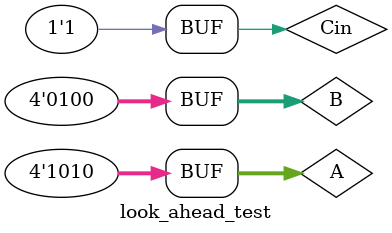
<source format=v>

`timescale 1ns / 1ps

module look_ahead_test;

// Inputs
reg[3:0]A; 
reg[3:0]B;
reg[0:0]Cin;

// Outputs
wire[3:0]S;
wire[0:0]Cout;

// Instantiate Device Under Test
look_ahead ttul( .A(A), .B(B), .Cin(Cin), .S(S), .Cout(Cout));


// Testing
initial
begin
   begin
   A = 0; B = 0; Cin = 0;
   #10 A = 1;
   #10 B = 1;
   #10 Cin = 1;
   #10 A = 8; B = 0;
   #10 A = 5; B = 4;
   #10 Cin = 0;
   #10 A = 2;
   #10 B = 10;
   #10 A = 3; B = 0;
   #10 Cin = 1;
   #10 A = 10; B = 4;
   #20;
   end
end 
    
endmodule

</source>
